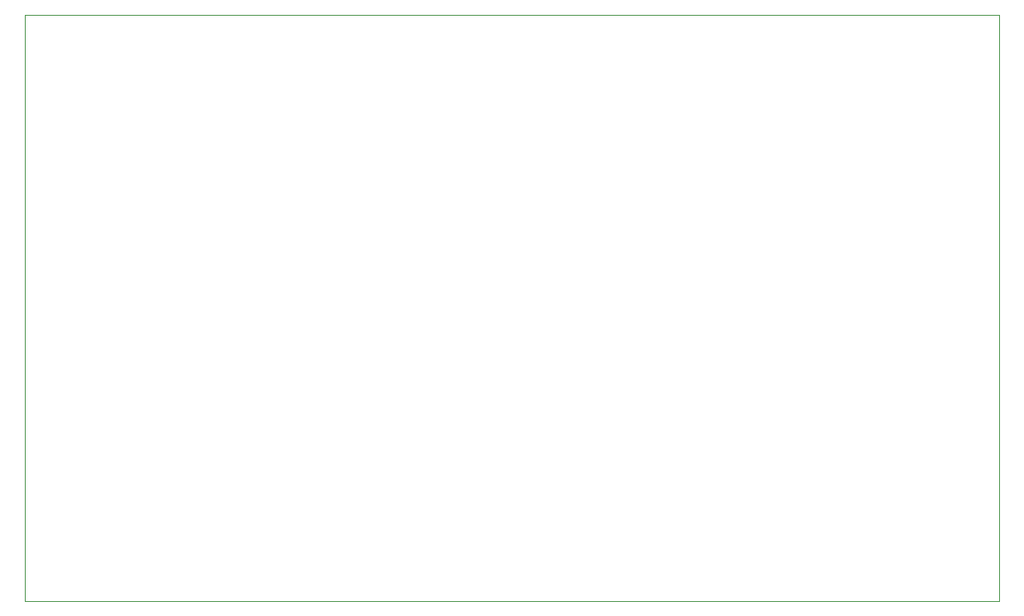
<source format=gm1>
G04 #@! TF.GenerationSoftware,KiCad,Pcbnew,5.1.6+dfsg1-1*
G04 #@! TF.CreationDate,2020-12-17T12:17:01-07:00*
G04 #@! TF.ProjectId,7segment,37736567-6d65-46e7-942e-6b696361645f,rev?*
G04 #@! TF.SameCoordinates,Original*
G04 #@! TF.FileFunction,Profile,NP*
%FSLAX46Y46*%
G04 Gerber Fmt 4.6, Leading zero omitted, Abs format (unit mm)*
G04 Created by KiCad (PCBNEW 5.1.6+dfsg1-1) date 2020-12-17 12:17:01*
%MOMM*%
%LPD*%
G01*
G04 APERTURE LIST*
G04 #@! TA.AperFunction,Profile*
%ADD10C,0.100000*%
G04 #@! TD*
G04 APERTURE END LIST*
D10*
X176276000Y-59436000D02*
X176276000Y-119380000D01*
X76708000Y-59436000D02*
X176276000Y-59436000D01*
X76708000Y-119380000D02*
X76708000Y-59436000D01*
X176276000Y-119380000D02*
X76708000Y-119380000D01*
M02*

</source>
